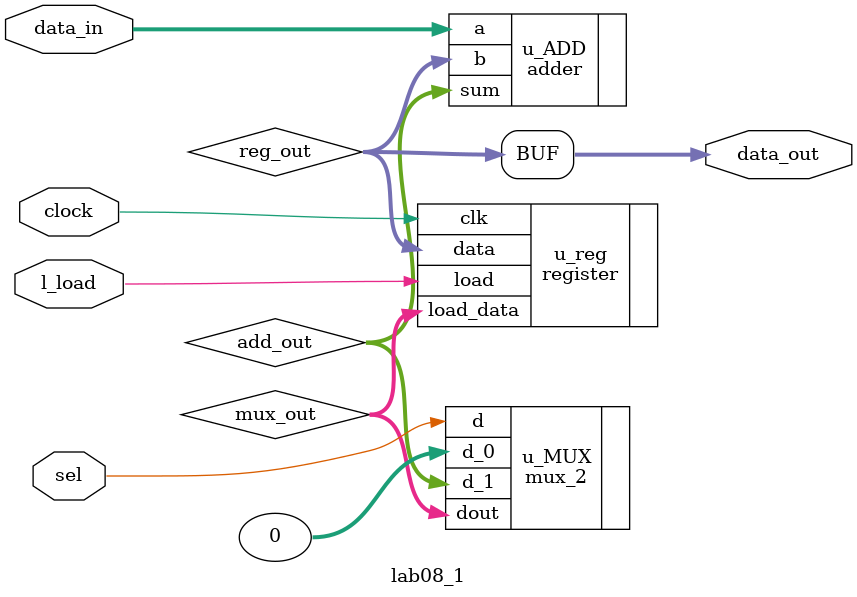
<source format=v>
module lab08_1(data_out,clock,data_in,sel,l_load);
	input [7:0] data_in;
	input sel;
	input l_load;
	input clock;
	output [7:0] data_out;
	
	wire [7:0] reg_out;
	wire [7:0] mux_out;
	wire [7:0] add_out;
	
	adder u_ADD(
		.a(data_in),
		.b(reg_out),
		.sum(add_out)
	);
	
	mux_2 u_MUX(
		.d_0(0),
		.d_1(add_out),
		.d(sel),
		.dout(mux_out)
	);
	
	register u_reg(
		.clk(clock),
		.load(l_load),
		.load_data(mux_out),
		.data(reg_out)
	);
	assign data_out=reg_out;
endmodule

</source>
